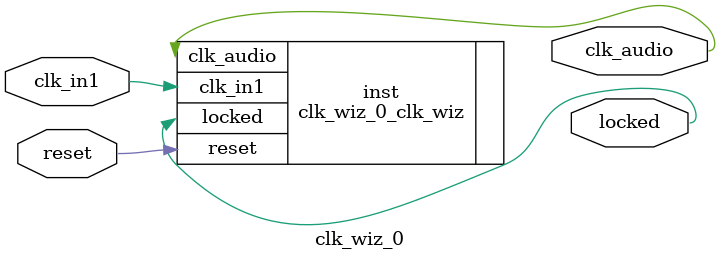
<source format=v>


`timescale 1ps/1ps

(* CORE_GENERATION_INFO = "clk_wiz_0,clk_wiz_v6_0_2_0_0,{component_name=clk_wiz_0,use_phase_alignment=true,use_min_o_jitter=false,use_max_i_jitter=false,use_dyn_phase_shift=false,use_inclk_switchover=false,use_dyn_reconfig=false,enable_axi=0,feedback_source=FDBK_AUTO,PRIMITIVE=MMCM,num_out_clk=1,clkin1_period=10.000,clkin2_period=10.000,use_power_down=false,use_reset=true,use_locked=true,use_inclk_stopped=false,feedback_type=SINGLE,CLOCK_MGR_TYPE=NA,manual_override=false}" *)

module clk_wiz_0 
 (
  // Clock out ports
  output        clk_audio,
  // Status and control signals
  input         reset,
  output        locked,
 // Clock in ports
  input         clk_in1
 );

  clk_wiz_0_clk_wiz inst
  (
  // Clock out ports  
  .clk_audio(clk_audio),
  // Status and control signals               
  .reset(reset), 
  .locked(locked),
 // Clock in ports
  .clk_in1(clk_in1)
  );

endmodule

</source>
